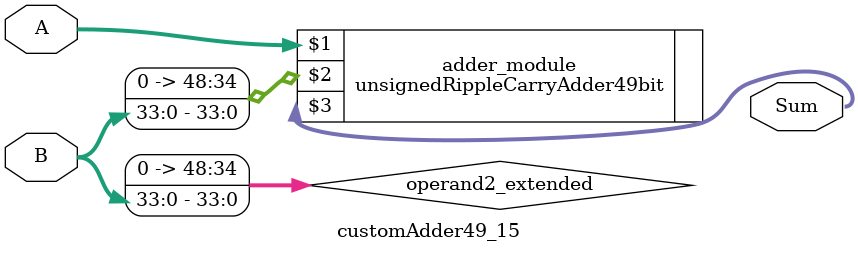
<source format=v>
module customAdder49_15(
                        input [48 : 0] A,
                        input [33 : 0] B,
                        
                        output [49 : 0] Sum
                );

        wire [48 : 0] operand2_extended;
        
        assign operand2_extended =  {15'b0, B};
        
        unsignedRippleCarryAdder49bit adder_module(
            A,
            operand2_extended,
            Sum
        );
        
        endmodule
        
</source>
